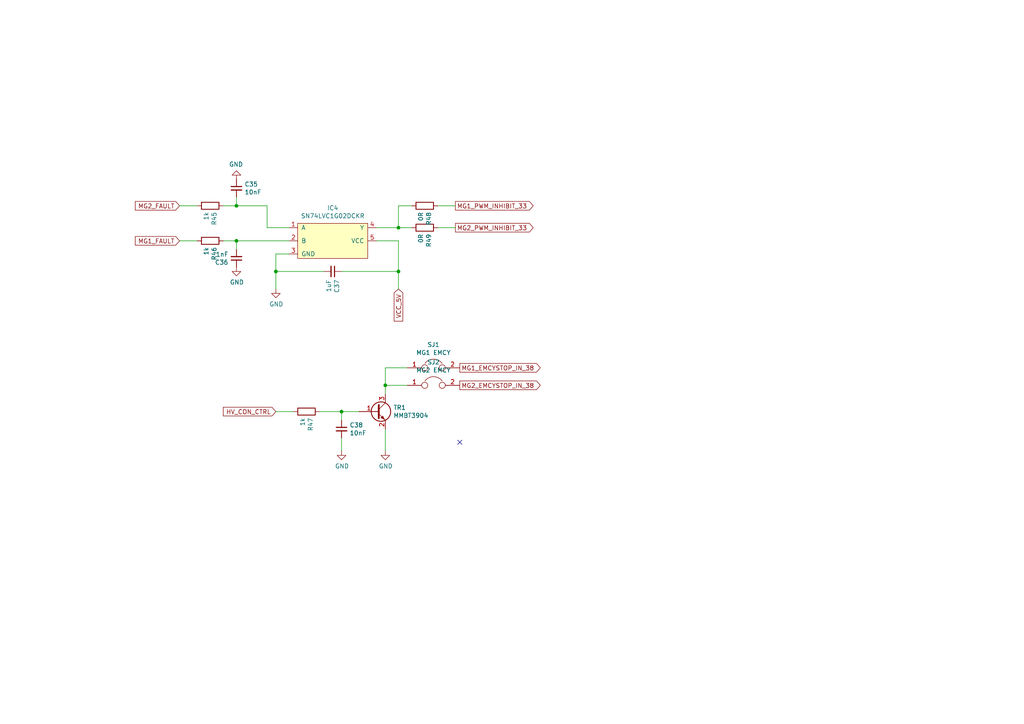
<source format=kicad_sch>
(kicad_sch (version 20211123) (generator eeschema)
  (paper "A4")
  (lib_symbols
    (symbol "auris-rescue:C_Small-Device" (pin_numbers hide) (pin_names (offset 0.254) hide)
      (property "Reference" "C" (at 0.254 1.778 0))
      (property "Value" "C_Small-Device" (at 0.254 -2.032 0))
      (symbol "C_Small-Device_0_1"
        (polyline (pts (xy -1.524 -0.508) (xy 1.524 -0.508)) (stroke (width 0.3302)))
        (polyline (pts (xy -1.524 0.508) (xy 1.524 0.508)) (stroke (width 0.3048)))
      )
      (symbol "C_Small-Device_1_1"
        (pin passive line (at 0 2.54 270) (length 2.032) (name "~") (number "1"))
        (pin passive line (at 0 -2.54 90) (length 2.032) (name "~") (number "2"))
      )
    )
    (symbol "auris-rescue:GND-power" (power) (pin_names (offset 0))
      (property "Value" "GND-power" (at 0 -3.81 0))
      (symbol "GND-power_0_1"
        (polyline (pts (xy 0 0) (xy 0 -1.27) (xy 1.27 -1.27) (xy 0 -2.54) (xy -1.27 -1.27) (xy 0 -1.27)))
      )
      (symbol "GND-power_1_1"
        (pin power_in line (at 0 0 270) (length 0) hide (name "GND") (number "1"))
      )
    )
    (symbol "auris-rescue:Jumper-Device" (pin_names (offset 0.762) hide)
      (property "Reference" "JP" (at 0 3.81 0))
      (property "Value" "Jumper-Device" (at 0 -2.032 0))
      (symbol "Jumper-Device_0_1"
        (circle (center -2.54 0) (radius 0.889))
        (arc (start 2.5146 1.27) (mid 0.0078 2.5097) (end -2.4892 1.27))
        (circle (center 2.54 0) (radius 0.889))
        (pin passive line (at -7.62 0 0) (length 4.191) (name "1") (number "1"))
        (pin passive line (at 7.62 0 180) (length 4.191) (name "2") (number "2"))
      )
    )
    (symbol "auris-rescue:MMBT3904-Transistor_BJT" (pin_names (offset 0) hide)
      (property "Reference" "Q" (at 5.08 1.905 0))
      (property "Value" "MMBT3904-Transistor_BJT" (at 5.08 0 0))
      (symbol "MMBT3904-Transistor_BJT_0_1"
        (polyline (pts (xy 0.635 0.635) (xy 2.54 2.54)))
        (polyline (pts (xy 0.635 -0.635) (xy 2.54 -2.54) (xy 2.54 -2.54)))
        (polyline (pts (xy 0.635 1.905) (xy 0.635 -1.905) (xy 0.635 -1.905)) (stroke (width 0.508)))
        (polyline (pts (xy 1.27 -1.778) (xy 1.778 -1.27) (xy 2.286 -2.286) (xy 1.27 -1.778) (xy 1.27 -1.778)) (fill (type outline)))
        (circle (center 1.27 0) (radius 2.8194) (stroke (width 0.254)))
      )
      (symbol "MMBT3904-Transistor_BJT_1_1"
        (pin input line (at -5.08 0 0) (length 5.715) (name "B") (number "1"))
        (pin passive line (at 2.54 -5.08 90) (length 2.54) (name "E") (number "2"))
        (pin passive line (at 2.54 5.08 270) (length 2.54) (name "C") (number "3"))
      )
    )
    (symbol "auris-rescue:R-Device" (pin_numbers hide) (pin_names (offset 0))
      (property "Reference" "R" (at 2.032 0 90))
      (property "Value" "R-Device" (at 0 0 90))
      (symbol "R-Device_0_1"
        (rectangle (start -1.016 -2.54) (end 1.016 2.54) (stroke (width 0.254)))
      )
      (symbol "R-Device_1_1"
        (pin passive line (at 0 3.81 270) (length 1.27) (name "~") (number "1"))
        (pin passive line (at 0 -3.81 90) (length 1.27) (name "~") (number "2"))
      )
    )
    (symbol "auris:SN74LVC1G02DCKR" (pin_names (offset 1.016))
      (property "Reference" "IC" (at 0 -7.62 0))
      (property "Value" "SN74LVC1G02DCKR" (at 0 -7.62 0))
      (symbol "SN74LVC1G02DCKR_0_1"
        (polyline (pts (xy -10.16 5.08) (xy -10.16 -5.08) (xy 10.16 -5.08) (xy 10.16 5.08) (xy -10.16 5.08)) (fill (type background)))
      )
      (symbol "SN74LVC1G02DCKR_1_1"
        (pin input line (at -12.7 3.81 0) (length 2.54) (name "A") (number "1"))
        (pin input line (at -12.7 0 0) (length 2.54) (name "B") (number "2"))
        (pin input line (at -12.7 -3.81 0) (length 2.54) (name "GND") (number "3"))
        (pin output line (at 12.7 3.81 180) (length 2.54) (name "Y") (number "4"))
        (pin power_in line (at 12.7 0 180) (length 2.54) (name "VCC") (number "5"))
      )
    )
  )
  (junction (at 111.76 111.76))
  (junction (at 68.58 59.69))
  (junction (at 99.06 119.38))
  (junction (at 68.58 69.85))
  (junction (at 115.57 78.74))
  (junction (at 115.57 66.04))
  (junction (at 80.01 78.74))
  (no_connect (at 133.35 128.27))
  (wire (pts (xy 57.15 69.85) (xy 52.07 69.85)))
  (wire (pts (xy 80.01 73.66) (xy 80.01 78.74)))
  (wire (pts (xy 115.57 78.74) (xy 115.57 83.82)))
  (wire (pts (xy 68.58 57.15) (xy 68.58 59.69)))
  (wire (pts (xy 115.57 66.04) (xy 119.38 66.04)))
  (wire (pts (xy 111.76 124.46) (xy 111.76 130.81)))
  (wire (pts (xy 57.15 59.69) (xy 52.07 59.69)))
  (wire (pts (xy 77.47 66.04) (xy 77.47 59.69)))
  (wire (pts (xy 99.06 119.38) (xy 92.71 119.38)))
  (wire (pts (xy 68.58 69.85) (xy 64.77 69.85)))
  (wire (pts (xy 127 59.69) (xy 132.08 59.69)))
  (wire (pts (xy 115.57 59.69) (xy 115.57 66.04)))
  (wire (pts (xy 111.76 106.68) (xy 118.11 106.68)))
  (wire (pts (xy 80.01 78.74) (xy 93.98 78.74)))
  (wire (pts (xy 104.14 119.38) (xy 99.06 119.38)))
  (wire (pts (xy 68.58 59.69) (xy 64.77 59.69)))
  (wire (pts (xy 77.47 59.69) (xy 68.58 59.69)))
  (wire (pts (xy 83.82 66.04) (xy 77.47 66.04)))
  (wire (pts (xy 109.22 66.04) (xy 115.57 66.04)))
  (wire (pts (xy 83.82 69.85) (xy 68.58 69.85)))
  (wire (pts (xy 99.06 127) (xy 99.06 130.81)))
  (wire (pts (xy 127 66.04) (xy 132.08 66.04)))
  (wire (pts (xy 111.76 111.76) (xy 111.76 106.68)))
  (wire (pts (xy 83.82 73.66) (xy 80.01 73.66)))
  (wire (pts (xy 111.76 114.3) (xy 111.76 111.76)))
  (wire (pts (xy 68.58 69.85) (xy 68.58 72.39)))
  (wire (pts (xy 99.06 78.74) (xy 115.57 78.74)))
  (wire (pts (xy 99.06 119.38) (xy 99.06 121.92)))
  (wire (pts (xy 109.22 69.85) (xy 115.57 69.85)))
  (wire (pts (xy 80.01 78.74) (xy 80.01 83.82)))
  (wire (pts (xy 111.76 111.76) (xy 118.11 111.76)))
  (wire (pts (xy 119.38 59.69) (xy 115.57 59.69)))
  (wire (pts (xy 115.57 69.85) (xy 115.57 78.74)))
  (wire (pts (xy 85.09 119.38) (xy 80.01 119.38)))
  (global_label "HV_CON_CTRL" (shape input) (at 80.01 119.38 180) (property "Обозначения листов" "${INTERSHEET_REFS}" (effects hide)))
  (global_label "MG2_PWM_INHIBIT_33" (shape output) (at 132.08 66.04 0) (property "Обозначения листов" "${INTERSHEET_REFS}" (effects hide)))
  (global_label "MG1_FAULT" (shape input) (at 52.07 69.85 180) (property "Обозначения листов" "${INTERSHEET_REFS}" (effects hide)))
  (global_label "MG2_EMCYSTOP_IN_38" (shape output) (at 133.35 111.76 0) (property "Обозначения листов" "${INTERSHEET_REFS}" (effects hide)))
  (global_label "VCC_5V" (shape input) (at 115.57 83.82 270) (property "Обозначения листов" "${INTERSHEET_REFS}" (effects hide)))
  (global_label "MG1_PWM_INHIBIT_33" (shape output) (at 132.08 59.69 0) (property "Обозначения листов" "${INTERSHEET_REFS}" (effects hide)))
  (global_label "MG1_EMCYSTOP_IN_38" (shape output) (at 133.35 106.68 0) (property "Обозначения листов" "${INTERSHEET_REFS}" (effects hide)))
  (global_label "MG2_FAULT" (shape input) (at 52.07 59.69 180) (property "Обозначения листов" "${INTERSHEET_REFS}" (effects hide)))
  (symbol (lib_id "auris-rescue:R-Device") (at 123.19 59.69 270) (unit 1)
    (property "Reference" "R48" (at 124.3584 61.468 0) (effects (justify left)))
    (property "Value" "0R" (at 122.047 61.468 0) (effects (justify left)))
    (property "Footprint" "Resistor_SMD:R_0805_2012Metric" (effects hide))
  )
  (symbol (lib_id "auris-rescue:R-Device") (at 123.19 66.04 270) (unit 1)
    (property "Reference" "R49" (at 124.3584 67.818 0) (effects (justify left)))
    (property "Value" "0R" (at 122.047 67.818 0) (effects (justify left)))
    (property "Footprint" "Resistor_SMD:R_0805_2012Metric" (effects hide))
  )
  (symbol (lib_id "auris:SN74LVC1G02DCKR") (at 96.52 69.85 0) (unit 1)
    (property "Reference" "IC4" (at 96.52 60.325 0))
    (property "Value" "SN74LVC1G02DCKR" (at 96.52 62.6364 0))
    (property "Footprint" "Package_TO_SOT_SMD:SOT-23-5_HandSoldering" (effects hide))
  )
  (symbol (lib_id "auris-rescue:R-Device") (at 60.96 59.69 270) (unit 1)
    (property "Reference" "R45" (at 62.1284 61.468 0) (effects (justify left)))
    (property "Value" "1k" (at 59.817 61.468 0) (effects (justify left)))
    (property "Footprint" "Resistor_SMD:R_0805_2012Metric" (effects hide))
  )
  (symbol (lib_id "auris-rescue:R-Device") (at 60.96 69.85 270) (unit 1)
    (property "Reference" "R46" (at 62.1284 71.628 0) (effects (justify left)))
    (property "Value" "1k" (at 59.817 71.628 0) (effects (justify left)))
    (property "Footprint" "Resistor_SMD:R_0805_2012Metric" (effects hide))
  )
  (symbol (lib_id "auris-rescue:C_Small-Device") (at 68.58 54.61 0) (unit 1)
    (property "Reference" "C35" (at 70.9168 53.4416 0) (effects (justify left)))
    (property "Value" "10nF" (at 70.9168 55.753 0) (effects (justify left)))
    (property "Footprint" "Capacitor_SMD:C_0805_2012Metric" (effects hide))
  )
  (symbol (lib_id "auris-rescue:C_Small-Device") (at 68.58 74.93 180) (unit 1)
    (property "Reference" "C36" (at 66.2432 76.0984 0) (effects (justify left)))
    (property "Value" "1nF" (at 66.2432 73.787 0) (effects (justify left)))
    (property "Footprint" "Capacitor_SMD:C_0805_2012Metric" (effects hide))
  )
  (symbol (lib_id "auris-rescue:C_Small-Device") (at 96.52 78.74 270) (unit 1)
    (property "Reference" "C37" (at 97.6884 81.0768 0) (effects (justify left)))
    (property "Value" "1uF" (at 95.377 81.0768 0) (effects (justify left)))
    (property "Footprint" "Capacitor_SMD:C_0805_2012Metric" (effects hide))
  )
  (symbol (lib_id "auris-rescue:C_Small-Device") (at 99.06 124.46 0) (unit 1)
    (property "Reference" "C38" (at 101.3968 123.2916 0) (effects (justify left)))
    (property "Value" "10nF" (at 101.3968 125.603 0) (effects (justify left)))
    (property "Footprint" "Capacitor_SMD:C_0805_2012Metric" (effects hide))
  )
  (symbol (lib_id "auris-rescue:GND-power") (at 99.06 130.81 0) (unit 1)
    (property "Reference" "#PWR0146" (effects hide))
    (property "Value" "GND" (at 99.187 135.2042 0))
  )
  (symbol (lib_id "auris-rescue:GND-power") (at 111.76 130.81 0) (unit 1)
    (property "Reference" "#PWR0147" (effects hide))
    (property "Value" "GND" (at 111.887 135.2042 0))
  )
  (symbol (lib_id "auris-rescue:Jumper-Device") (at 125.73 106.68 0) (unit 1)
    (property "Reference" "SJ1" (at 125.73 99.9744 0))
    (property "Value" "MG1 EMCY" (at 125.73 102.2858 0))
    (property "Footprint" "Jumper:SolderJumper-2_P1.3mm_Open_RoundedPad1.0x1.5mm" (effects hide))
  )
  (symbol (lib_id "auris-rescue:MMBT3904-Transistor_BJT") (at 109.22 119.38 0) (unit 1)
    (property "Reference" "TR1" (at 114.0714 118.2116 0) (effects (justify left)))
    (property "Value" "MMBT3904" (at 114.0714 120.523 0) (effects (justify left)))
    (property "Footprint" "Package_TO_SOT_SMD:SOT-23" (effects hide))
    (property "Datasheet" "https://www.fairchildsemi.com/datasheets/2N/2N3904.pdf" (effects hide))
  )
  (symbol (lib_id "auris-rescue:Jumper-Device") (at 125.73 111.76 0) (unit 1)
    (property "Reference" "SJ2" (at 125.73 105.0544 0))
    (property "Value" "MG2 EMCY" (at 125.73 107.3658 0))
    (property "Footprint" "Jumper:SolderJumper-2_P1.3mm_Open_RoundedPad1.0x1.5mm" (effects hide))
  )
  (symbol (lib_id "auris-rescue:R-Device") (at 88.9 119.38 270) (unit 1)
    (property "Reference" "R47" (at 90.0684 121.158 0) (effects (justify left)))
    (property "Value" "1k" (at 87.757 121.158 0) (effects (justify left)))
    (property "Footprint" "Resistor_SMD:R_0805_2012Metric" (effects hide))
  )
  (symbol (lib_id "auris-rescue:GND-power") (at 80.01 83.82 0) (unit 1)
    (property "Reference" "#PWR0148" (effects hide))
    (property "Value" "GND" (at 80.137 88.2142 0))
  )
  (symbol (lib_id "auris-rescue:GND-power") (at 68.58 52.07 180) (unit 1)
    (property "Reference" "#PWR0149" (effects hide))
    (property "Value" "GND" (at 68.453 47.6758 0))
  )
  (symbol (lib_id "auris-rescue:GND-power") (at 68.58 77.47 0) (unit 1)
    (property "Reference" "#PWR0150" (effects hide))
    (property "Value" "GND" (at 68.707 81.8642 0))
  )
)
</source>
